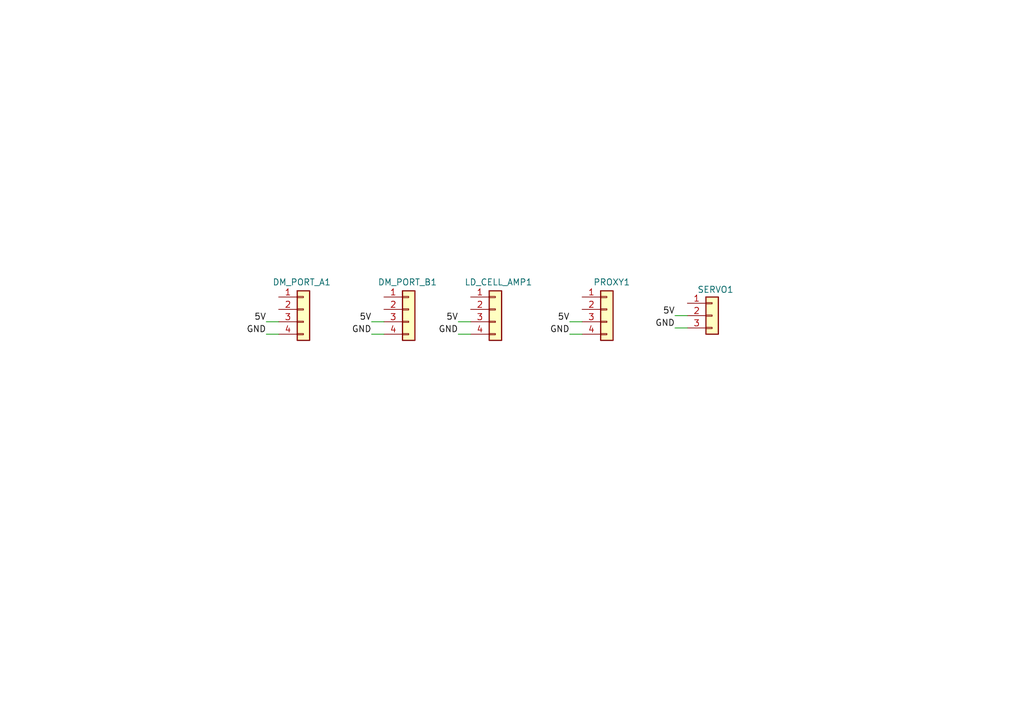
<source format=kicad_sch>
(kicad_sch (version 20250114) (generator "eeschema") (generator_version "9.0")
  (paper "A5")
  (title_block (title "PawPlans - Automatic Pet Feeder") (date "2025-03-14") (rev "0.5.0") (company "Clemson University") (comment 1 "Sriram Vishnubhotla, Logan Swoyer") (comment 2 "Team Happy Pets"))
  (lib_symbols
    (symbol "Conn_01x04_1" (pin_names (offset 1.016) (hide yes))
      (property "Reference" "LD_CELL_AMP1" (at -6.35 5.588 0))
      (symbol "Conn_01x04_1_1_1"
        (rectangle (start -1.27 3.81) (end 1.27 -6.35) (stroke (width 0.254)) (fill (type background)))
        (rectangle (start -1.27 2.667) (end 0 2.413) (stroke (width 0.1524)))
        (rectangle (start -1.27 0.127) (end 0 -0.127) (stroke (width 0.1524)))
        (rectangle (start -1.27 -2.413) (end 0 -2.667) (stroke (width 0.1524)))
        (rectangle (start -1.27 -4.953) (end 0 -5.207) (stroke (width 0.1524)))
        (pin passive line (at -5.08 2.54 0) (length 3.81) (name "SCL") (number "1"))
        (pin passive line (at -5.08 0 0) (length 3.81) (name "SDA") (number "2"))
        (pin power_in line (at -5.08 -2.54 0) (length 3.81) (name "5V") (number "3"))
        (pin power_in line (at -5.08 -5.08 0) (length 3.81) (name "GND") (number "4"))
      )
    )
    (symbol "Conn_01x04_2" (pin_names (offset 1.016) (hide yes))
      (property "Reference" "PROXY1" (at -2.794 5.588 0))
      (symbol "Conn_01x04_2_1_1"
        (rectangle (start -1.27 3.81) (end 1.27 -6.35) (stroke (width 0.254)) (fill (type background)))
        (rectangle (start -1.27 2.667) (end 0 2.413) (stroke (width 0.1524)))
        (rectangle (start -1.27 0.127) (end 0 -0.127) (stroke (width 0.1524)))
        (rectangle (start -1.27 -2.413) (end 0 -2.667) (stroke (width 0.1524)))
        (rectangle (start -1.27 -4.953) (end 0 -5.207) (stroke (width 0.1524)))
        (pin passive line (at -5.08 2.54 0) (length 3.81) (name "SDA") (number "1"))
        (pin passive line (at -5.08 0 0) (length 3.81) (name "SDA") (number "2"))
        (pin power_in line (at -5.08 -2.54 0) (length 3.81) (name "5V") (number "3"))
        (pin power_in line (at -5.08 -5.08 0) (length 3.81) (name "GND") (number "4"))
      )
    )
    (symbol "Conn_01x04_3" (pin_names (offset 1.016) (hide yes))
      (property "Reference" "DM_PORT_B" (at -6.35 5.588 0))
      (symbol "Conn_01x04_3_1_1"
        (rectangle (start -1.27 3.81) (end 1.27 -6.35) (stroke (width 0.254)) (fill (type background)))
        (rectangle (start -1.27 2.667) (end 0 2.413) (stroke (width 0.1524)))
        (rectangle (start -1.27 0.127) (end 0 -0.127) (stroke (width 0.1524)))
        (rectangle (start -1.27 -2.413) (end 0 -2.667) (stroke (width 0.1524)))
        (rectangle (start -1.27 -4.953) (end 0 -5.207) (stroke (width 0.1524)))
        (pin passive line (at -5.08 2.54 0) (length 3.81) (name "IN") (number "1"))
        (pin passive line (at -5.08 0 0) (length 3.81) (name "OUT") (number "2"))
        (pin power_in line (at -5.08 -2.54 0) (length 3.81) (name "5V") (number "3"))
        (pin power_in line (at -5.08 -5.08 0) (length 3.81) (name "GND") (number "4"))
      )
    )
    (symbol "Connector_Generic:Conn_01x03" (pin_names (offset 1.016) (hide yes))
      (property "Reference" "SERVO1" (at -3.048 5.334 0))
      (symbol "Conn_01x03_1_1"
        (rectangle (start -1.27 3.81) (end 1.27 -3.81) (stroke (width 0.254)) (fill (type background)))
        (rectangle (start -1.27 2.667) (end 0 2.413) (stroke (width 0.1524)))
        (rectangle (start -1.27 0.127) (end 0 -0.127) (stroke (width 0.1524)))
        (rectangle (start -1.27 -2.413) (end 0 -2.667) (stroke (width 0.1524)))
        (pin passive line (at -5.08 2.54 0) (length 3.81) (name "SGN") (number "1"))
        (pin passive line (at -5.08 0 0) (length 3.81) (name "5V") (number "2"))
        (pin power_in line (at -5.08 -2.54 0) (length 3.81) (name "GND") (number "3"))
      )
    )
  )
  (wire (pts (xy 93.98 68.58) (xy 96.52 68.58)))
  (wire (pts (xy 54.61 68.58) (xy 57.15 68.58)))
  (wire (pts (xy 138.43 64.77) (xy 140.97 64.77)))
  (wire (pts (xy 76.2 66.04) (xy 78.74 66.04)))
  (wire (pts (xy 116.84 66.04) (xy 119.38 66.04)))
  (wire (pts (xy 138.43 67.31) (xy 140.97 67.31)))
  (wire (pts (xy 93.98 66.04) (xy 96.52 66.04)))
  (wire (pts (xy 76.2 68.58) (xy 78.74 68.58)))
  (wire (pts (xy 116.84 68.58) (xy 119.38 68.58)))
  (wire (pts (xy 54.61 66.04) (xy 57.15 66.04)))
  (label "GND" (at 116.84 68.58 180))
  (label "5V" (at 116.84 66.04 180))
  (label "GND" (at 76.2 68.58 180))
  (label "5V" (at 138.43 64.77 180))
  (label "GND" (at 93.98 68.58 180))
  (label "GND" (at 54.61 68.58 180))
  (label "GND" (at 138.43 67.31 180))
  (label "5V" (at 54.61 66.04 180))
  (label "5V" (at 76.2 66.04 180))
  (label "5V" (at 93.98 66.04 180))
  (symbol (lib_name "Conn_01x04_3") (lib_id "Connector_Generic:Conn_01x04") (at 83.82 63.5 0) (unit 1)
    (property "Reference" "DM_PORT_B1" (at 77.47 57.912 0) (effects (justify left)))
    (property "Value" "Conn_01x04" (effects (hide yes)))
    (property "Footprint" "Connector_PinHeader_2.54mm:PinHeader_1x04_P2.54mm_Vertical" (effects (hide yes)))
    (property "Description" "Generic connector, single row, 01x04, script generated (kicad-library-utils/schlib/autogen/connector/)" (effects (hide yes)))
  )
  (symbol (lib_name "Conn_01x04_2") (lib_id "Connector_Generic:Conn_01x04") (at 124.46 63.5 0) (unit 1)
    (property "Reference" "PROXY1" (at 121.666 57.912 0) (effects (justify left)))
    (property "Value" "Conn_01x04" (effects (hide yes)))
    (property "Footprint" "Connector_PinHeader_2.54mm:PinHeader_1x04_P2.54mm_Vertical" (effects (hide yes)))
    (property "Description" "Generic connector, single row, 01x04, script generated (kicad-library-utils/schlib/autogen/connector/)" (effects (hide yes)))
  )
  (symbol (lib_name "Conn_01x04_1") (lib_id "Connector_Generic:Conn_01x04") (at 101.6 63.5 0) (unit 1)
    (property "Reference" "LD_CELL_AMP1" (at 95.25 57.912 0) (effects (justify left)))
    (property "Value" "Conn_01x04" (effects (hide yes)))
    (property "Footprint" "Connector_PinHeader_2.54mm:PinHeader_1x04_P2.54mm_Vertical" (effects (hide yes)))
    (property "Description" "Generic connector, single row, 01x04, script generated (kicad-library-utils/schlib/autogen/connector/)" (effects (hide yes)))
  )
  (symbol (lib_id "Connector_Generic:Conn_01x03") (at 146.05 64.77 0) (unit 1)
    (property "Reference" "SERVO1" (at 143.002 59.436 0) (effects (justify left)))
    (property "Value" "Conn_01x03" (effects (hide yes)))
    (property "Footprint" "Connector_PinHeader_2.54mm:PinHeader_1x03_P2.54mm_Vertical" (effects (hide yes)))
    (property "Description" "Generic connector, single row, 01x03, script generated (kicad-library-utils/schlib/autogen/connector/)" (effects (hide yes)))
  )
  (symbol (lib_name "Conn_01x04_1") (lib_id "Connector_Generic:Conn_01x04") (at 62.23 63.5 0) (unit 1)
    (property "Reference" "DM_PORT_A1" (at 55.88 57.912 0) (effects (justify left)))
    (property "Value" "Conn_01x04" (effects (hide yes)))
    (property "Footprint" "Connector_PinHeader_2.54mm:PinHeader_1x04_P2.54mm_Vertical" (effects (hide yes)))
    (property "Description" "Generic connector, single row, 01x04, script generated (kicad-library-utils/schlib/autogen/connector/)" (effects (hide yes)))
  )
)
</source>
